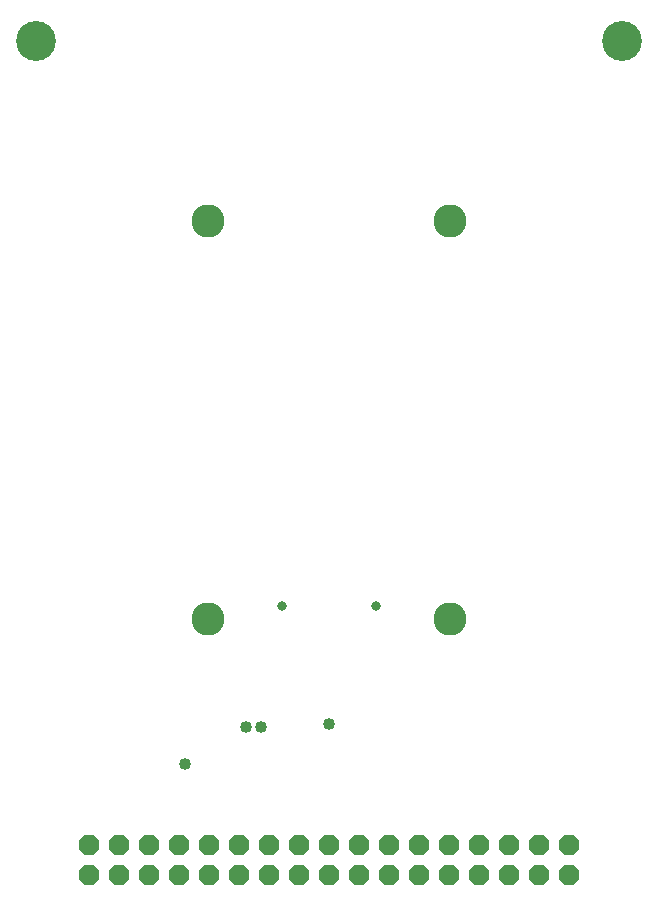
<source format=gbs>
G75*
%MOIN*%
%OFA0B0*%
%FSLAX25Y25*%
%IPPOS*%
%LPD*%
%AMOC8*
5,1,8,0,0,1.08239X$1,22.5*
%
%ADD10C,0.13300*%
%ADD11C,0.11036*%
%ADD12C,0.03300*%
%ADD13OC8,0.06706*%
%ADD14C,0.04000*%
D10*
X0090634Y0373847D03*
X0286034Y0373847D03*
D11*
X0228748Y0314089D03*
X0148040Y0314089D03*
X0148040Y0181412D03*
X0228748Y0181412D03*
D12*
X0204142Y0185743D03*
X0172646Y0185743D03*
D13*
X0108334Y0096147D03*
X0118334Y0096147D03*
X0118334Y0106147D03*
X0108334Y0106147D03*
X0128334Y0106147D03*
X0138334Y0106147D03*
X0148334Y0106147D03*
X0158334Y0106147D03*
X0168334Y0106147D03*
X0178334Y0106147D03*
X0188334Y0106147D03*
X0198334Y0106147D03*
X0208334Y0106147D03*
X0218334Y0106147D03*
X0228334Y0106147D03*
X0238334Y0106147D03*
X0248334Y0106147D03*
X0258334Y0106147D03*
X0268334Y0106147D03*
X0268334Y0096147D03*
X0258334Y0096147D03*
X0248334Y0096147D03*
X0238334Y0096147D03*
X0228334Y0096147D03*
X0218334Y0096147D03*
X0208334Y0096147D03*
X0198334Y0096147D03*
X0188334Y0096147D03*
X0178334Y0096147D03*
X0168334Y0096147D03*
X0158334Y0096147D03*
X0148334Y0096147D03*
X0138334Y0096147D03*
X0128334Y0096147D03*
D14*
X0140334Y0132947D03*
X0160894Y0145357D03*
X0165894Y0145357D03*
X0188394Y0146357D03*
M02*

</source>
